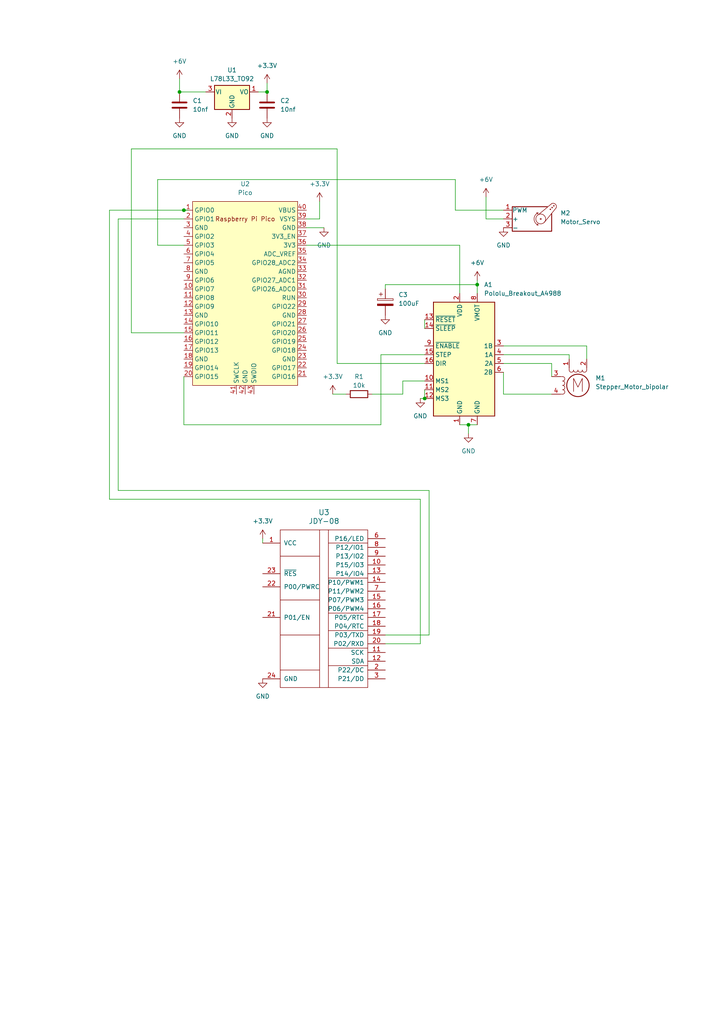
<source format=kicad_sch>
(kicad_sch (version 20230121) (generator eeschema)
  (paper "A4" portrait)
  (title_block (title "Camera mount schematic") (date "2023-06-24") (company "Bogdan Zaiats"))
  (lib_symbols
    (symbol "Device:C" (pin_numbers hide) (pin_names (offset 0.254))
      (property "Reference" "C" (at 0.635 2.54 0))
      (property "Value" "C" (at 0.635 -2.54 0))
      (symbol "C_0_1"
        (polyline (pts (xy -2.032 -0.762) (xy 2.032 -0.762)) (stroke (width 0.508)))
        (polyline (pts (xy -2.032 0.762) (xy 2.032 0.762)) (stroke (width 0.508)))
      )
      (symbol "C_1_1"
        (pin passive line (at 0 3.81 270) (length 2.794) (name "~") (number "1"))
        (pin passive line (at 0 -3.81 90) (length 2.794) (name "~") (number "2"))
      )
    )
    (symbol "Device:C_Polarized" (pin_numbers hide) (pin_names (offset 0.254))
      (property "Reference" "C" (at 0.635 2.54 0))
      (property "Value" "C_Polarized" (at 0.635 -2.54 0))
      (symbol "C_Polarized_0_1"
        (rectangle (start -2.286 0.508) (end 2.286 1.016))
        (polyline (pts (xy -1.778 2.286) (xy -0.762 2.286)))
        (polyline (pts (xy -1.27 2.794) (xy -1.27 1.778)))
        (rectangle (start 2.286 -0.508) (end -2.286 -1.016) (fill (type outline)))
      )
      (symbol "C_Polarized_1_1"
        (pin passive line (at 0 3.81 270) (length 2.794) (name "~") (number "1"))
        (pin passive line (at 0 -3.81 90) (length 2.794) (name "~") (number "2"))
      )
    )
    (symbol "Device:R" (pin_numbers hide) (pin_names (offset 0))
      (property "Reference" "R" (at 2.032 0 90))
      (property "Value" "R" (at 0 0 90))
      (symbol "R_0_1"
        (rectangle (start -1.016 -2.54) (end 1.016 2.54) (stroke (width 0.254)))
      )
      (symbol "R_1_1"
        (pin passive line (at 0 3.81 270) (length 1.27) (name "~") (number "1"))
        (pin passive line (at 0 -3.81 90) (length 1.27) (name "~") (number "2"))
      )
    )
    (symbol "Driver_Motor:Pololu_Breakout_A4988"
      (property "Reference" "A" (at -2.54 19.05 0))
      (property "Value" "Pololu_Breakout_A4988" (at -2.54 16.51 0))
      (symbol "Pololu_Breakout_A4988_0_1"
        (rectangle (start 10.16 -17.78) (end -7.62 15.24) (stroke (width 0.254)) (fill (type background)))
      )
      (symbol "Pololu_Breakout_A4988_1_1"
        (pin power_in line (at 0 -20.32 90) (length 2.54) (name "GND") (number "1"))
        (pin input line (at -10.16 -7.62 0) (length 2.54) (name "MS1") (number "10"))
        (pin input line (at -10.16 -10.16 0) (length 2.54) (name "MS2") (number "11"))
        (pin input line (at -10.16 -12.7 0) (length 2.54) (name "MS3") (number "12"))
        (pin input line (at -10.16 10.16 0) (length 2.54) (name "~{RESET}") (number "13"))
        (pin input line (at -10.16 7.62 0) (length 2.54) (name "~{SLEEP}") (number "14"))
        (pin input line (at -10.16 0 0) (length 2.54) (name "STEP") (number "15"))
        (pin input line (at -10.16 -2.54 0) (length 2.54) (name "DIR") (number "16"))
        (pin power_in line (at 0 17.78 270) (length 2.54) (name "VDD") (number "2"))
        (pin output line (at 12.7 2.54 180) (length 2.54) (name "1B") (number "3"))
        (pin output line (at 12.7 0 180) (length 2.54) (name "1A") (number "4"))
        (pin output line (at 12.7 -2.54 180) (length 2.54) (name "2A") (number "5"))
        (pin output line (at 12.7 -5.08 180) (length 2.54) (name "2B") (number "6"))
        (pin power_in line (at 5.08 -20.32 90) (length 2.54) (name "GND") (number "7"))
        (pin power_in line (at 5.08 17.78 270) (length 2.54) (name "VMOT") (number "8"))
        (pin input line (at -10.16 2.54 0) (length 2.54) (name "~{ENABLE}") (number "9"))
      )
    )
    (symbol "MCU_RaspberryPi_and_Boards:Pico"
      (property "Reference" "U" (at -13.97 27.94 0))
      (property "Value" "Pico" (at 0 19.05 0))
      (symbol "Pico_0_0"
        (text "Raspberry Pi Pico" (at 0 21.59 0) (effects (font (size 1.27 1.27))))
      )
      (symbol "Pico_0_1"
        (rectangle (start -15.24 26.67) (end 15.24 -26.67) (fill (type background)))
      )
      (symbol "Pico_1_1"
        (pin bidirectional line (at -17.78 24.13 0) (length 2.54) (name "GPIO0") (number "1"))
        (pin bidirectional line (at -17.78 1.27 0) (length 2.54) (name "GPIO7") (number "10"))
        (pin bidirectional line (at -17.78 -1.27 0) (length 2.54) (name "GPIO8") (number "11"))
        (pin bidirectional line (at -17.78 -3.81 0) (length 2.54) (name "GPIO9") (number "12"))
        (pin power_in line (at -17.78 -6.35 0) (length 2.54) (name "GND") (number "13"))
        (pin bidirectional line (at -17.78 -8.89 0) (length 2.54) (name "GPIO10") (number "14"))
        (pin bidirectional line (at -17.78 -11.43 0) (length 2.54) (name "GPIO11") (number "15"))
        (pin bidirectional line (at -17.78 -13.97 0) (length 2.54) (name "GPIO12") (number "16"))
        (pin bidirectional line (at -17.78 -16.51 0) (length 2.54) (name "GPIO13") (number "17"))
        (pin power_in line (at -17.78 -19.05 0) (length 2.54) (name "GND") (number "18"))
        (pin bidirectional line (at -17.78 -21.59 0) (length 2.54) (name "GPIO14") (number "19"))
        (pin bidirectional line (at -17.78 21.59 0) (length 2.54) (name "GPIO1") (number "2"))
        (pin bidirectional line (at -17.78 -24.13 0) (length 2.54) (name "GPIO15") (number "20"))
        (pin bidirectional line (at 17.78 -24.13 180) (length 2.54) (name "GPIO16") (number "21"))
        (pin bidirectional line (at 17.78 -21.59 180) (length 2.54) (name "GPIO17") (number "22"))
        (pin power_in line (at 17.78 -19.05 180) (length 2.54) (name "GND") (number "23"))
        (pin bidirectional line (at 17.78 -16.51 180) (length 2.54) (name "GPIO18") (number "24"))
        (pin bidirectional line (at 17.78 -13.97 180) (length 2.54) (name "GPIO19") (number "25"))
        (pin bidirectional line (at 17.78 -11.43 180) (length 2.54) (name "GPIO20") (number "26"))
        (pin bidirectional line (at 17.78 -8.89 180) (length 2.54) (name "GPIO21") (number "27"))
        (pin power_in line (at 17.78 -6.35 180) (length 2.54) (name "GND") (number "28"))
        (pin bidirectional line (at 17.78 -3.81 180) (length 2.54) (name "GPIO22") (number "29"))
        (pin power_in line (at -17.78 19.05 0) (length 2.54) (name "GND") (number "3"))
        (pin input line (at 17.78 -1.27 180) (length 2.54) (name "RUN") (number "30"))
        (pin bidirectional line (at 17.78 1.27 180) (length 2.54) (name "GPIO26_ADC0") (number "31"))
        (pin bidirectional line (at 17.78 3.81 180) (length 2.54) (name "GPIO27_ADC1") (number "32"))
        (pin power_in line (at 17.78 6.35 180) (length 2.54) (name "AGND") (number "33"))
        (pin bidirectional line (at 17.78 8.89 180) (length 2.54) (name "GPIO28_ADC2") (number "34"))
        (pin power_in line (at 17.78 11.43 180) (length 2.54) (name "ADC_VREF") (number "35"))
        (pin power_in line (at 17.78 13.97 180) (length 2.54) (name "3V3") (number "36"))
        (pin input line (at 17.78 16.51 180) (length 2.54) (name "3V3_EN") (number "37"))
        (pin bidirectional line (at 17.78 19.05 180) (length 2.54) (name "GND") (number "38"))
        (pin power_in line (at 17.78 21.59 180) (length 2.54) (name "VSYS") (number "39"))
        (pin bidirectional line (at -17.78 16.51 0) (length 2.54) (name "GPIO2") (number "4"))
        (pin power_in line (at 17.78 24.13 180) (length 2.54) (name "VBUS") (number "40"))
        (pin input line (at -2.54 -29.21 90) (length 2.54) (name "SWCLK") (number "41"))
        (pin power_in line (at 0 -29.21 90) (length 2.54) (name "GND") (number "42"))
        (pin bidirectional line (at 2.54 -29.21 90) (length 2.54) (name "SWDIO") (number "43"))
        (pin bidirectional line (at -17.78 13.97 0) (length 2.54) (name "GPIO3") (number "5"))
        (pin bidirectional line (at -17.78 11.43 0) (length 2.54) (name "GPIO4") (number "6"))
        (pin bidirectional line (at -17.78 8.89 0) (length 2.54) (name "GPIO5") (number "7"))
        (pin power_in line (at -17.78 6.35 0) (length 2.54) (name "GND") (number "8"))
        (pin bidirectional line (at -17.78 3.81 0) (length 2.54) (name "GPIO6") (number "9"))
      )
    )
    (symbol "Motor:Motor_Servo" (pin_names (offset 0.0254))
      (property "Reference" "M" (at -5.08 4.445 0))
      (property "Value" "Motor_Servo" (at -5.08 -4.064 0))
      (symbol "Motor_Servo_0_1"
        (polyline (pts (xy 2.413 -1.778) (xy 2.032 -1.778)))
        (polyline (pts (xy 2.413 -1.778) (xy 2.286 -1.397)))
        (polyline (pts (xy 2.413 1.778) (xy 1.905 1.778)))
        (polyline (pts (xy 2.413 1.778) (xy 2.286 1.397)))
        (polyline (pts (xy 6.35 4.445) (xy 2.54 1.27)))
        (polyline (pts (xy 7.62 3.175) (xy 4.191 -1.016)))
        (polyline (pts (xy 5.08 3.556) (xy -5.08 3.556) (xy -5.08 -3.556) (xy 6.35 -3.556) (xy 6.35 1.524)) (stroke (width 0.254)))
        (arc (start 2.413 1.778) (mid 1.2406 0) (end 2.413 -1.778))
        (circle (center 3.175 0) (radius 0.1778))
        (circle (center 3.175 0) (radius 1.4224))
        (circle (center 5.969 2.794) (radius 0.127))
        (circle (center 6.477 3.302) (radius 0.127))
        (circle (center 6.985 3.81) (radius 0.127))
        (arc (start 7.62 3.175) (mid 7.4485 4.2735) (end 6.35 4.445))
      )
      (symbol "Motor_Servo_1_1"
        (pin passive line (at -7.62 2.54 0) (length 2.54) (name "PWM") (number "1"))
        (pin passive line (at -7.62 0 0) (length 2.54) (name "+") (number "2"))
        (pin passive line (at -7.62 -2.54 0) (length 2.54) (name "-") (number "3"))
      )
    )
    (symbol "Motor:Stepper_Motor_bipolar" (pin_names (offset 0) hide)
      (property "Reference" "M" (at 3.81 2.54 0))
      (property "Value" "Stepper_Motor_bipolar" (at 3.81 1.27 0))
      (symbol "Stepper_Motor_bipolar_0_0"
        (polyline (pts (xy -1.27 -1.778) (xy -1.27 2.032) (xy 0 -0.508) (xy 1.27 2.032) (xy 1.27 -1.778)))
      )
      (symbol "Stepper_Motor_bipolar_0_1"
        (arc (start -4.445 -2.54) (mid -3.8127 -1.905) (end -4.445 -1.27))
        (arc (start -4.445 -1.27) (mid -3.8127 -0.635) (end -4.445 0))
        (arc (start -4.445 0) (mid -3.8127 0.635) (end -4.445 1.27))
        (arc (start -4.445 1.27) (mid -3.8127 1.905) (end -4.445 2.54))
        (arc (start -2.54 4.445) (mid -1.905 3.8127) (end -1.27 4.445))
        (arc (start -1.27 4.445) (mid -0.635 3.8127) (end 0 4.445))
        (polyline (pts (xy -5.08 -2.54) (xy -4.445 -2.54)))
        (polyline (pts (xy -5.08 2.54) (xy -4.445 2.54)))
        (polyline (pts (xy -2.54 5.08) (xy -2.54 4.445)))
        (polyline (pts (xy 2.54 5.08) (xy 2.54 4.445)))
        (circle (center 0 0) (radius 3.2512) (stroke (width 0.254)))
        (arc (start 0 4.445) (mid 0.635 3.8127) (end 1.27 4.445))
        (arc (start 1.27 4.445) (mid 1.905 3.8127) (end 2.54 4.445))
      )
      (symbol "Stepper_Motor_bipolar_1_1"
        (pin passive line (at -2.54 7.62 270) (length 2.54) (name "~") (number "1"))
        (pin passive line (at 2.54 7.62 270) (length 2.54) (name "-") (number "2"))
        (pin passive line (at -7.62 2.54 0) (length 2.54) (name "~") (number "3"))
        (pin passive line (at -7.62 -2.54 0) (length 2.54) (name "~") (number "4"))
      )
    )
    (symbol "Regulator_Linear:L78L33_TO92" (pin_names (offset 0.254))
      (property "Reference" "U" (at -3.81 3.175 0))
      (property "Value" "L78L33_TO92" (at 0 3.175 0))
      (symbol "L78L33_TO92_0_1"
        (rectangle (start -5.08 -5.08) (end 5.08 1.905) (stroke (width 0.254)) (fill (type background)))
      )
      (symbol "L78L33_TO92_1_1"
        (pin power_out line (at 7.62 0 180) (length 2.54) (name "VO") (number "1"))
        (pin power_in line (at 0 -7.62 90) (length 2.54) (name "GND") (number "2"))
        (pin power_in line (at -7.62 0 0) (length 2.54) (name "VI") (number "3"))
      )
    )
    (symbol "jdy-08:JDY-08" (pin_names (offset 1.016))
      (property "Reference" "U" (at 0 25.4 0))
      (property "Value" "JDY-08" (at 0 -24.13 0))
      (symbol "JDY-08_0_1"
        (rectangle (start -12.7 22.86) (end 12.7 -22.86))
        (polyline (pts (xy -12.7 -17.78) (xy -1.27 -17.78)))
        (polyline (pts (xy -12.7 -7.62) (xy -1.27 -7.62)))
        (polyline (pts (xy -12.7 2.54) (xy -1.27 2.54)))
        (polyline (pts (xy -12.7 15.24) (xy -1.27 15.24)))
        (polyline (pts (xy 1.27 -22.86) (xy 1.27 22.86)))
        (polyline (pts (xy 1.27 -16.51) (xy 12.7 -16.51)))
        (polyline (pts (xy 1.27 -11.43) (xy 12.7 -11.43)))
        (polyline (pts (xy 1.27 -6.35) (xy 12.7 -6.35)))
        (polyline (pts (xy 1.27 -1.27) (xy 12.7 -1.27)))
        (polyline (pts (xy 1.27 8.89) (xy 12.7 8.89)))
        (polyline (pts (xy 1.27 19.05) (xy 12.7 19.05)))
        (polyline (pts (xy -1.27 -21.59) (xy -1.27 -22.86) (xy -1.27 22.86)))
      )
      (symbol "JDY-08_1_1"
        (pin power_in line (at -17.78 19.05 0) (length 5.08) (name "VCC") (number "1"))
        (pin output line (at 17.78 12.7 180) (length 5.08) (name "P15/IO3") (number "10"))
        (pin bidirectional line (at 17.78 -12.7 180) (length 5.08) (name "SCK") (number "11"))
        (pin bidirectional line (at 17.78 -15.24 180) (length 5.08) (name "SDA") (number "12"))
        (pin output line (at 17.78 10.16 180) (length 5.08) (name "P14/IO4") (number "13"))
        (pin output line (at 17.78 7.62 180) (length 5.08) (name "P10/PWM1") (number "14"))
        (pin output line (at 17.78 2.54 180) (length 5.08) (name "P07/PWM3") (number "15"))
        (pin output line (at 17.78 0 180) (length 5.08) (name "P06/PWM4") (number "16"))
        (pin output line (at 17.78 -2.54 180) (length 5.08) (name "P05/RTC") (number "17"))
        (pin output line (at 17.78 -5.08 180) (length 5.08) (name "P04/RTC") (number "18"))
        (pin output line (at 17.78 -7.62 180) (length 5.08) (name "P03/TXD") (number "19"))
        (pin output line (at 17.78 -17.78 180) (length 5.08) (name "P22/DC") (number "2"))
        (pin input line (at 17.78 -10.16 180) (length 5.08) (name "P02/RXD") (number "20"))
        (pin input line (at -17.78 -2.54 0) (length 5.08) (name "P01/EN") (number "21"))
        (pin input line (at -17.78 6.35 0) (length 5.08) (name "P00/PWRC") (number "22"))
        (pin input line (at -17.78 10.16 0) (length 5.08) (name "~{RES}") (number "23"))
        (pin power_in line (at -17.78 -20.32 0) (length 5.08) (name "GND") (number "24"))
        (pin output line (at 17.78 -20.32 180) (length 5.08) (name "P21/DD") (number "3"))
        (pin output line (at 17.78 20.32 180) (length 5.08) (name "P16/LED") (number "6"))
        (pin output line (at 17.78 5.08 180) (length 5.08) (name "P11/PWM2") (number "7"))
        (pin output line (at 17.78 17.78 180) (length 5.08) (name "P12/IO1") (number "8"))
        (pin output line (at 17.78 15.24 180) (length 5.08) (name "P13/IO2") (number "9"))
      )
    )
    (symbol "power:+3.3V" (power) (pin_names (offset 0))
      (property "Value" "+3.3V" (at 0 3.556 0))
      (symbol "+3.3V_0_1"
        (polyline (pts (xy -0.762 1.27) (xy 0 2.54)))
        (polyline (pts (xy 0 0) (xy 0 2.54)))
        (polyline (pts (xy 0 2.54) (xy 0.762 1.27)))
      )
      (symbol "+3.3V_1_1"
        (pin power_in line (at 0 0 90) (length 0) hide (name "+3.3V") (number "1"))
      )
    )
    (symbol "power:+6V" (power) (pin_names (offset 0))
      (property "Value" "+6V" (at 0 3.556 0))
      (symbol "+6V_0_1"
        (polyline (pts (xy -0.762 1.27) (xy 0 2.54)))
        (polyline (pts (xy 0 0) (xy 0 2.54)))
        (polyline (pts (xy 0 2.54) (xy 0.762 1.27)))
      )
      (symbol "+6V_1_1"
        (pin power_in line (at 0 0 90) (length 0) hide (name "+6V") (number "1"))
      )
    )
    (symbol "power:GND" (power) (pin_names (offset 0))
      (property "Value" "GND" (at 0 -3.81 0))
      (symbol "GND_0_1"
        (polyline (pts (xy 0 0) (xy 0 -1.27) (xy 1.27 -1.27) (xy 0 -2.54) (xy -1.27 -1.27) (xy 0 -1.27)))
      )
      (symbol "GND_1_1"
        (pin power_in line (at 0 0 270) (length 0) hide (name "GND") (number "1"))
      )
    )
  )
  (junction (at 53.34 60.96))
  (junction (at 77.47 26.67))
  (junction (at 135.89 123.19))
  (junction (at 138.43 82.55))
  (junction (at 123.19 115.57))
  (junction (at 52.07 26.67))
  (wire (pts (xy 138.43 82.55) (xy 138.43 85.09)))
  (wire (pts (xy 138.43 81.28) (xy 138.43 82.55)))
  (wire (pts (xy 53.34 123.19) (xy 110.49 123.19)))
  (wire (pts (xy 146.05 100.33) (xy 170.18 100.33)))
  (wire (pts (xy 31.75 144.78) (xy 121.92 144.78)))
  (wire (pts (xy 146.05 102.87) (xy 165.1 102.87)))
  (wire (pts (xy 116.84 114.3) (xy 116.84 110.49)))
  (wire (pts (xy 140.97 57.15) (xy 140.97 63.5)))
  (wire (pts (xy 38.1 43.18) (xy 38.1 96.52)))
  (wire (pts (xy 52.07 26.67) (xy 59.69 26.67)))
  (wire (pts (xy 111.76 83.82) (xy 111.76 82.55)))
  (wire (pts (xy 146.05 114.3) (xy 160.02 114.3)))
  (wire (pts (xy 132.08 52.07) (xy 132.08 60.96)))
  (wire (pts (xy 123.19 92.71) (xy 123.19 95.25)))
  (wire (pts (xy 88.9 71.12) (xy 133.35 71.12)))
  (wire (pts (xy 123.19 113.03) (xy 123.19 115.57)))
  (wire (pts (xy 170.18 100.33) (xy 170.18 104.14)))
  (wire (pts (xy 165.1 102.87) (xy 165.1 104.14)))
  (wire (pts (xy 135.89 123.19) (xy 138.43 123.19)))
  (wire (pts (xy 31.75 60.96) (xy 31.75 144.78)))
  (wire (pts (xy 45.72 52.07) (xy 132.08 52.07)))
  (wire (pts (xy 146.05 105.41) (xy 160.02 105.41)))
  (wire (pts (xy 88.9 66.04) (xy 93.98 66.04)))
  (wire (pts (xy 133.35 71.12) (xy 133.35 85.09)))
  (wire (pts (xy 132.08 60.96) (xy 146.05 60.96)))
  (wire (pts (xy 121.92 115.57) (xy 123.19 115.57)))
  (wire (pts (xy 92.71 58.42) (xy 92.71 63.5)))
  (wire (pts (xy 34.29 142.24) (xy 124.46 142.24)))
  (wire (pts (xy 121.92 186.69) (xy 111.76 186.69)))
  (wire (pts (xy 77.47 26.67) (xy 74.93 26.67)))
  (wire (pts (xy 124.46 142.24) (xy 124.46 184.15)))
  (wire (pts (xy 52.07 22.86) (xy 52.07 26.67)))
  (wire (pts (xy 135.89 125.73) (xy 135.89 123.19)))
  (wire (pts (xy 77.47 24.13) (xy 77.47 26.67)))
  (wire (pts (xy 53.34 109.22) (xy 53.34 123.19)))
  (wire (pts (xy 133.35 123.19) (xy 135.89 123.19)))
  (wire (pts (xy 38.1 96.52) (xy 53.34 96.52)))
  (wire (pts (xy 76.2 156.21) (xy 76.2 157.48)))
  (wire (pts (xy 53.34 63.5) (xy 34.29 63.5)))
  (wire (pts (xy 124.46 184.15) (xy 111.76 184.15)))
  (wire (pts (xy 53.34 60.96) (xy 31.75 60.96)))
  (wire (pts (xy 146.05 107.95) (xy 146.05 114.3)))
  (wire (pts (xy 97.79 43.18) (xy 38.1 43.18)))
  (wire (pts (xy 88.9 63.5) (xy 92.71 63.5)))
  (wire (pts (xy 45.72 71.12) (xy 45.72 52.07)))
  (wire (pts (xy 110.49 102.87) (xy 123.19 102.87)))
  (wire (pts (xy 111.76 82.55) (xy 138.43 82.55)))
  (wire (pts (xy 116.84 110.49) (xy 123.19 110.49)))
  (wire (pts (xy 121.92 144.78) (xy 121.92 186.69)))
  (wire (pts (xy 53.34 71.12) (xy 45.72 71.12)))
  (wire (pts (xy 96.52 114.3) (xy 100.33 114.3)))
  (wire (pts (xy 160.02 105.41) (xy 160.02 109.22)))
  (wire (pts (xy 97.79 105.41) (xy 123.19 105.41)))
  (wire (pts (xy 107.95 114.3) (xy 116.84 114.3)))
  (wire (pts (xy 97.79 43.18) (xy 97.79 105.41)))
  (wire (pts (xy 110.49 123.19) (xy 110.49 102.87)))
  (wire (pts (xy 34.29 63.5) (xy 34.29 142.24)))
  (wire (pts (xy 140.97 63.5) (xy 146.05 63.5)))
  (wire (pts (xy 54.61 60.96) (xy 53.34 60.96)))
  (symbol (lib_id "Motor:Motor_Servo") (at 153.67 63.5 0) (unit 1)
    (property "Reference" "M2" (at 162.56 61.7966 0) (effects (justify left)))
    (property "Value" "Motor_Servo" (at 162.56 64.3366 0) (effects (justify left)))
    (property "Datasheet" "http://forums.parallax.com/uploads/attachments/46831/74481.png" (effects hide))
  )
  (symbol (lib_id "power:GND") (at 52.07 34.29 0) (unit 1)
    (property "Reference" "#PWR010" (effects hide))
    (property "Value" "GND" (at 52.07 39.37 0))
  )
  (symbol (lib_id "power:+3.3V") (at 96.52 114.3 0) (unit 1)
    (property "Reference" "#PWR016" (effects hide))
    (property "Value" "+3.3V" (at 96.52 109.22 0))
  )
  (symbol (lib_id "power:+3.3V") (at 76.2 156.21 0) (unit 1)
    (property "Reference" "#PWR014" (effects hide))
    (property "Value" "+3.3V" (at 76.2 151.13 0))
  )
  (symbol (lib_id "Device:C") (at 52.07 30.48 0) (unit 1)
    (property "Reference" "C1" (at 55.88 29.21 0) (effects (justify left)))
    (property "Value" "10nf" (at 55.88 31.75 0) (effects (justify left)))
  )
  (symbol (lib_id "power:GND") (at 76.2 196.85 0) (unit 1)
    (property "Reference" "#PWR013" (effects hide))
    (property "Value" "GND" (at 76.2 201.93 0))
  )
  (symbol (lib_id "power:+3.3V") (at 77.47 24.13 0) (unit 1)
    (property "Reference" "#PWR08" (effects hide))
    (property "Value" "+3.3V" (at 77.47 19.05 0))
  )
  (symbol (lib_id "power:GND") (at 111.76 91.44 0) (unit 1)
    (property "Reference" "#PWR012" (effects hide))
    (property "Value" "GND" (at 111.76 96.52 0))
  )
  (symbol (lib_id "Device:R") (at 104.14 114.3 90) (unit 1)
    (property "Reference" "R1" (at 104.14 109.22 90))
    (property "Value" "10k" (at 104.14 111.76 90))
  )
  (symbol (lib_id "Motor:Stepper_Motor_bipolar") (at 167.64 111.76 0) (unit 1)
    (property "Reference" "M1" (at 172.72 109.6391 0) (effects (justify left)))
    (property "Value" "Stepper_Motor_bipolar" (at 172.72 112.1791 0) (effects (justify left)))
    (property "Datasheet" "http://www.infineon.com/dgdl/Application-Note-TLE8110EE_driving_UniPolarStepperMotor_V1.1.pdf?fileId=db3a30431be39b97011be5d0aa0a00b0" (effects hide))
  )
  (symbol (lib_id "Driver_Motor:Pololu_Breakout_A4988") (at 133.35 102.87 0) (unit 1)
    (property "Reference" "A1" (at 140.3859 82.55 0) (effects (justify left)))
    (property "Value" "Pololu_Breakout_A4988" (at 140.3859 85.09 0) (effects (justify left)))
    (property "Footprint" "Module:Pololu_Breakout-16_15.2x20.3mm" (effects hide))
    (property "Datasheet" "https://www.pololu.com/product/2980/pictures" (effects hide))
  )
  (symbol (lib_id "power:GND") (at 67.31 34.29 0) (unit 1)
    (property "Reference" "#PWR06" (effects hide))
    (property "Value" "GND" (at 67.31 39.37 0))
  )
  (symbol (lib_id "power:+6V") (at 138.43 81.28 0) (unit 1)
    (property "Reference" "#PWR05" (effects hide))
    (property "Value" "+6V" (at 138.43 76.2 0))
  )
  (symbol (lib_id "power:+3.3V") (at 92.71 58.42 0) (unit 1)
    (property "Reference" "#PWR09" (effects hide))
    (property "Value" "+3.3V" (at 92.71 53.34 0))
  )
  (symbol (lib_id "Regulator_Linear:L78L33_TO92") (at 67.31 26.67 0) (unit 1)
    (property "Reference" "U1" (at 67.31 20.32 0))
    (property "Value" "L78L33_TO92" (at 67.31 22.86 0))
    (property "Footprint" "Package_TO_SOT_THT:TO-92_Inline" (effects hide))
    (property "Datasheet" "http://www.st.com/content/ccc/resource/technical/document/datasheet/15/55/e5/aa/23/5b/43/fd/CD00000446.pdf/files/CD00000446.pdf/jcr:content/translations/en.CD00000446.pdf" (effects hide))
  )
  (symbol (lib_id "jdy-08:JDY-08") (at 93.98 176.53 0) (unit 1)
    (property "Reference" "U3" (at 93.98 148.59 0) (effects (font (size 1.524 1.524))))
    (property "Value" "JDY-08" (at 93.98 151.13 0) (effects (font (size 1.524 1.524))))
    (property "Datasheet" "https://github.com/kichMan/JDY-08" (effects hide))
  )
  (symbol (lib_id "Device:C_Polarized") (at 111.76 87.63 0) (unit 1)
    (property "Reference" "C3" (at 115.57 85.471 0) (effects (justify left)))
    (property "Value" "100uF" (at 115.57 88.011 0) (effects (justify left)))
  )
  (symbol (lib_id "power:GND") (at 121.92 115.57 0) (unit 1)
    (property "Reference" "#PWR015" (effects hide))
    (property "Value" "GND" (at 121.92 120.65 0))
  )
  (symbol (lib_id "power:+6V") (at 52.07 22.86 0) (unit 1)
    (property "Reference" "#PWR07" (effects hide))
    (property "Value" "+6V" (at 52.07 17.78 0))
  )
  (symbol (lib_id "power:GND") (at 93.98 66.04 0) (unit 1)
    (property "Reference" "#PWR01" (effects hide))
    (property "Value" "GND" (at 93.98 71.12 0))
  )
  (symbol (lib_id "Device:C") (at 77.47 30.48 0) (unit 1)
    (property "Reference" "C2" (at 81.28 29.21 0) (effects (justify left)))
    (property "Value" "10nf" (at 81.28 31.75 0) (effects (justify left)))
  )
  (symbol (lib_id "MCU_RaspberryPi_and_Boards:Pico") (at 71.12 85.09 0) (unit 1)
    (property "Reference" "U2" (at 71.12 53.34 0))
    (property "Value" "Pico" (at 71.12 55.88 0))
    (property "Footprint" "RPi_Pico:RPi_Pico_SMD_TH" (effects hide))
  )
  (symbol (lib_id "power:GND") (at 77.47 34.29 0) (unit 1)
    (property "Reference" "#PWR011" (effects hide))
    (property "Value" "GND" (at 77.47 39.37 0))
  )
  (symbol (lib_id "power:GND") (at 146.05 66.04 0) (unit 1)
    (property "Reference" "#PWR03" (effects hide))
    (property "Value" "GND" (at 146.05 71.12 0))
  )
  (symbol (lib_id "power:+6V") (at 140.97 57.15 0) (unit 1)
    (property "Reference" "#PWR04" (effects hide))
    (property "Value" "+6V" (at 140.97 52.07 0))
  )
  (symbol (lib_id "power:GND") (at 135.89 125.73 0) (unit 1)
    (property "Reference" "#PWR02" (effects hide))
    (property "Value" "GND" (at 135.89 130.81 0))
  )
)
</source>
